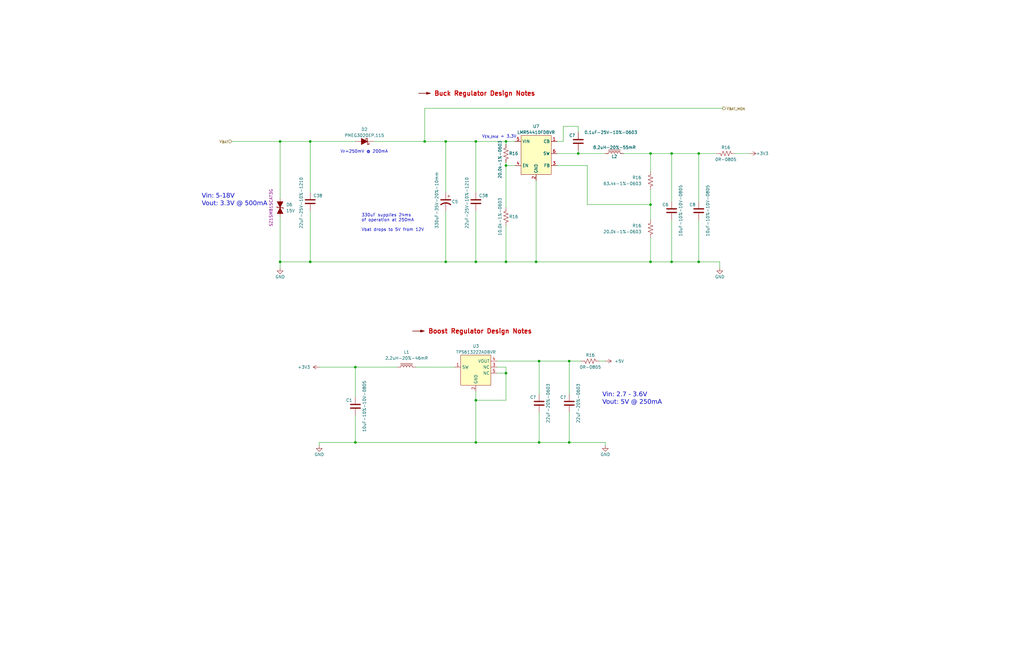
<source format=kicad_sch>
(kicad_sch (version 20230121) (generator eeschema)
  (paper "B")
  (title_block (title "IMU-2X") (date "2023-11-19") (rev "2") (company "FRC971 - Spartan Robotics"))
  (lib_symbols
    (symbol "Device:C" (pin_numbers hide) (pin_names (offset 0.254))
      (property "Reference" "C" (at 0.635 2.54 0))
      (property "Value" "C" (at 0.635 -2.54 0))
      (symbol "C_0_1"
        (polyline (pts (xy -2.032 -0.762) (xy 2.032 -0.762)) (stroke (width 0.508)))
        (polyline (pts (xy -2.032 0.762) (xy 2.032 0.762)) (stroke (width 0.508)))
      )
      (symbol "C_1_1"
        (pin passive line (at 0 3.81 270) (length 2.794) (name "~") (number "1"))
        (pin passive line (at 0 -3.81 90) (length 2.794) (name "~") (number "2"))
      )
    )
    (symbol "Device:C_Polarized_US" (pin_numbers hide) (pin_names (offset 0.254) hide)
      (property "Reference" "C" (at 0.635 2.54 0))
      (property "Value" "C_Polarized_US" (at 0.635 -2.54 0))
      (symbol "C_Polarized_US_0_1"
        (polyline (pts (xy -2.032 0.762) (xy 2.032 0.762)) (stroke (width 0.508)))
        (polyline (pts (xy -1.778 2.286) (xy -0.762 2.286)))
        (polyline (pts (xy -1.27 1.778) (xy -1.27 2.794)))
        (arc (start 2.032 -1.27) (mid 0 -0.5572) (end -2.032 -1.27) (stroke (width 0.508)))
      )
      (symbol "C_Polarized_US_1_1"
        (pin passive line (at 0 3.81 270) (length 2.794) (name "~") (number "1"))
        (pin passive line (at 0 -3.81 90) (length 3.302) (name "~") (number "2"))
      )
    )
    (symbol "Device:D_Schottky" (pin_numbers hide) (pin_names (offset 1.016) hide)
      (property "Reference" "D2" (at -0.3175 -6.35 0))
      (property "Value" "D_Schottky" (at -0.3175 -3.81 0))
      (symbol "D_Schottky_0_1"
        (polyline (pts (xy 1.27 0) (xy -1.27 0)))
        (polyline (pts (xy -1.905 0.635) (xy -1.905 1.27) (xy -1.27 1.27) (xy -1.27 -1.27) (xy -0.635 -1.27) (xy -0.635 -0.635)) (stroke (width 0.254)))
      )
      (symbol "D_Schottky_1_1"
        (polyline (pts (xy 1.27 1.27) (xy 1.27 -1.27) (xy -1.27 0) (xy 1.27 1.27)) (stroke (width 0.254)) (fill (type outline)))
        (pin passive line (at -3.81 0 0) (length 2.54) (name "K") (number "1"))
        (pin passive line (at 3.81 0 180) (length 2.54) (name "A") (number "2"))
      )
    )
    (symbol "Device:D_TVS" (pin_numbers hide) (pin_names (offset 1.016) hide)
      (property "Reference" "D1" (at 1.2701 -2.54 90))
      (property "Value" "15V" (at -1.27 -2.54 90))
      (property "MFG P/N" "SZ1SMB15CAT3G" (at 0 3.81 0))
      (symbol "D_TVS_0_1"
        (polyline (pts (xy 1.27 0) (xy -1.27 0)))
        (polyline (pts (xy 0.508 1.27) (xy 0 1.27) (xy 0 -1.27) (xy -0.508 -1.27)) (stroke (width 0.254)))
      )
      (symbol "D_TVS_1_1"
        (polyline (pts (xy -2.54 -1.27) (xy -2.54 1.27) (xy 0 0) (xy -2.54 -1.27)) (fill (type outline)))
        (polyline (pts (xy 2.54 1.27) (xy 2.54 -1.27) (xy 0 0) (xy 2.54 1.27)) (fill (type outline)))
        (pin passive line (at -3.81 0 0) (length 2.54) (name "A1") (number "1"))
        (pin passive line (at 3.81 0 180) (length 2.54) (name "A2") (number "2"))
      )
    )
    (symbol "Device:L_Iron" (pin_numbers hide) (pin_names (offset 1.016) hide)
      (property "Reference" "L" (at -1.27 0 90))
      (property "Value" "L_Iron" (at 2.794 0 90))
      (symbol "L_Iron_0_1"
        (arc (start 0 -2.54) (mid 0.6323 -1.905) (end 0 -1.27))
        (arc (start 0 -1.27) (mid 0.6323 -0.635) (end 0 0))
        (polyline (pts (xy 1.016 2.54) (xy 1.016 -2.54)))
        (polyline (pts (xy 1.524 -2.54) (xy 1.524 2.54)))
        (arc (start 0 0) (mid 0.6323 0.635) (end 0 1.27))
        (arc (start 0 1.27) (mid 0.6323 1.905) (end 0 2.54))
      )
      (symbol "L_Iron_1_1"
        (pin passive line (at 0 3.81 270) (length 1.27) (name "1") (number "1"))
        (pin passive line (at 0 -3.81 90) (length 1.27) (name "2") (number "2"))
      )
    )
    (symbol "Device:R_US" (pin_numbers hide) (pin_names (offset 0))
      (property "Reference" "R" (at 2.54 0 90))
      (property "Value" "R_US" (at -2.54 0 90))
      (symbol "R_US_0_1"
        (polyline (pts (xy 0 -2.286) (xy 0 -2.54)))
        (polyline (pts (xy 0 2.286) (xy 0 2.54)))
        (polyline (pts (xy 0 -0.762) (xy 1.016 -1.143) (xy 0 -1.524) (xy -1.016 -1.905) (xy 0 -2.286)))
        (polyline (pts (xy 0 0.762) (xy 1.016 0.381) (xy 0 0) (xy -1.016 -0.381) (xy 0 -0.762)))
        (polyline (pts (xy 0 2.286) (xy 1.016 1.905) (xy 0 1.524) (xy -1.016 1.143) (xy 0 0.762)))
      )
      (symbol "R_US_1_1"
        (pin passive line (at 0 3.81 270) (length 1.27) (name "~") (number "1"))
        (pin passive line (at 0 -3.81 90) (length 1.27) (name "~") (number "2"))
      )
    )
    (symbol "Graphic:SYM_Arrow_Normal" (in_bom no) (on_board no)
      (symbol "SYM_Arrow_Normal_0_1"
        (polyline (pts (xy 1.524 0) (xy -2.54 0)) (stroke (width 0.254)))
        (polyline (pts (xy 2.54 0) (xy 0.762 -0.508) (xy 0.762 0.508) (xy 2.54 0)) (fill (type outline)))
      )
    )
    (symbol "IMU-2X:LMR54410FDBVR"
      (property "Reference" "U" (at 0 0 0))
      (symbol "LMR54410FDBVR_1_1"
        (rectangle (start 0 0) (end 12.7 -16.51) (fill (type background)))
        (pin passive line (at 15.24 -2.54 180) (length 2.54) (name "CB") (number "1"))
        (pin passive line (at 6.35 -19.05 90) (length 2.54) (name "GND") (number "2"))
        (pin input line (at 15.24 -12.7 180) (length 2.54) (name "FB") (number "3"))
        (pin input line (at -2.54 -12.7 0) (length 2.54) (name "EN") (number "4"))
        (pin power_in line (at -2.54 -2.54 0) (length 2.54) (name "VIN") (number "5"))
        (pin power_out line (at 15.24 -7.62 180) (length 2.54) (name "SW") (number "6"))
      )
    )
    (symbol "IMU-2X:TPS613222ADBVR"
      (property "Reference" "U" (at 0 0 0))
      (property "Value" "TPS613222ADBVR" (at 0 0 0))
      (symbol "TPS613222ADBVR_1_1"
        (rectangle (start -6.35 0) (end 6.35 -12.7) (fill (type background)))
        (pin power_in line (at -8.89 -5.08 0) (length 2.54) (name "SW") (number "1"))
        (pin passive line (at 0 -15.24 90) (length 2.54) (name "GND") (number "2"))
        (pin passive line (at 8.89 -5.08 180) (length 2.54) (name "NC") (number "3"))
        (pin power_out line (at 8.89 -2.54 180) (length 2.54) (name "VOUT") (number "4"))
        (pin passive line (at 8.89 -7.62 180) (length 2.54) (name "NC") (number "5"))
      )
    )
    (symbol "power:+3V3" (power) (pin_names (offset 0))
      (property "Value" "+3V3" (at 0 3.556 0))
      (symbol "+3V3_0_1"
        (polyline (pts (xy -0.762 1.27) (xy 0 2.54)))
        (polyline (pts (xy 0 0) (xy 0 2.54)))
        (polyline (pts (xy 0 2.54) (xy 0.762 1.27)))
      )
      (symbol "+3V3_1_1"
        (pin power_in line (at 0 0 90) (length 0) hide (name "+3V3") (number "1"))
      )
    )
    (symbol "power:+5V" (power) (pin_names (offset 0))
      (property "Value" "+5V" (at 0 3.556 0))
      (symbol "+5V_0_1"
        (polyline (pts (xy -0.762 1.27) (xy 0 2.54)))
        (polyline (pts (xy 0 0) (xy 0 2.54)))
        (polyline (pts (xy 0 2.54) (xy 0.762 1.27)))
      )
      (symbol "+5V_1_1"
        (pin power_in line (at 0 0 90) (length 0) hide (name "+5V") (number "1"))
      )
    )
    (symbol "power:GND" (power) (pin_names (offset 0))
      (property "Value" "GND" (at 0 -3.81 0))
      (symbol "GND_0_1"
        (polyline (pts (xy 0 0) (xy 0 -1.27) (xy 1.27 -1.27) (xy 0 -2.54) (xy -1.27 -1.27) (xy 0 -1.27)))
      )
      (symbol "GND_1_1"
        (pin power_in line (at 0 0 270) (length 0) hide (name "GND") (number "1"))
      )
    )
  )
  (junction (at 149.86 186.69))
  (junction (at 294.64 110.49))
  (junction (at 200.66 59.69))
  (junction (at 240.03 186.69))
  (junction (at 213.36 157.48))
  (junction (at 200.66 168.91))
  (junction (at 213.36 69.85))
  (junction (at 240.03 152.4))
  (junction (at 179.07 59.69))
  (junction (at 118.11 59.69))
  (junction (at 213.36 59.69))
  (junction (at 130.81 110.49))
  (junction (at 274.32 110.49))
  (junction (at 130.81 59.69))
  (junction (at 149.86 154.94))
  (junction (at 200.66 186.69))
  (junction (at 226.06 110.49))
  (junction (at 243.84 64.77))
  (junction (at 213.36 110.49))
  (junction (at 227.33 152.4))
  (junction (at 283.21 64.77))
  (junction (at 274.32 64.77))
  (junction (at 118.11 110.49))
  (junction (at 283.21 110.49))
  (junction (at 274.32 86.36))
  (junction (at 187.96 110.49))
  (junction (at 200.66 110.49))
  (junction (at 187.96 59.69))
  (junction (at 294.64 64.77))
  (junction (at 227.33 186.69))
  (wire (pts (xy 274.32 80.01) (xy 274.32 86.36)))
  (wire (pts (xy 283.21 110.49) (xy 294.64 110.49)))
  (wire (pts (xy 157.48 59.69) (xy 179.07 59.69)))
  (wire (pts (xy 134.62 186.69) (xy 134.62 187.96)))
  (wire (pts (xy 134.62 154.94) (xy 149.86 154.94)))
  (wire (pts (xy 213.36 168.91) (xy 200.66 168.91)))
  (wire (pts (xy 226.06 76.2) (xy 226.06 110.49)))
  (wire (pts (xy 240.03 152.4) (xy 245.11 152.4)))
  (wire (pts (xy 213.36 110.49) (xy 226.06 110.49)))
  (wire (pts (xy 149.86 175.26) (xy 149.86 186.69)))
  (wire (pts (xy 252.73 152.4) (xy 255.27 152.4)))
  (wire (pts (xy 303.53 110.49) (xy 303.53 113.03)))
  (wire (pts (xy 179.07 59.69) (xy 187.96 59.69)))
  (wire (pts (xy 130.81 81.28) (xy 130.81 59.69)))
  (wire (pts (xy 200.66 168.91) (xy 200.66 186.69)))
  (wire (pts (xy 227.33 186.69) (xy 240.03 186.69)))
  (wire (pts (xy 130.81 88.9) (xy 130.81 110.49)))
  (wire (pts (xy 200.66 59.69) (xy 200.66 81.28)))
  (wire (pts (xy 213.36 59.69) (xy 217.17 59.69)))
  (wire (pts (xy 179.07 45.72) (xy 304.8 45.72)))
  (wire (pts (xy 283.21 64.77) (xy 294.64 64.77)))
  (wire (pts (xy 243.84 53.34) (xy 243.84 55.88)))
  (wire (pts (xy 240.03 173.99) (xy 240.03 186.69)))
  (wire (pts (xy 234.95 69.85) (xy 247.65 69.85)))
  (wire (pts (xy 200.66 168.91) (xy 200.66 165.1)))
  (wire (pts (xy 234.95 64.77) (xy 243.84 64.77)))
  (wire (pts (xy 118.11 110.49) (xy 130.81 110.49)))
  (wire (pts (xy 213.36 59.69) (xy 213.36 60.96)))
  (wire (pts (xy 294.64 64.77) (xy 302.26 64.77)))
  (wire (pts (xy 200.66 59.69) (xy 213.36 59.69)))
  (wire (pts (xy 209.55 152.4) (xy 227.33 152.4)))
  (wire (pts (xy 118.11 110.49) (xy 118.11 113.03)))
  (wire (pts (xy 187.96 88.9) (xy 187.96 110.49)))
  (wire (pts (xy 187.96 59.69) (xy 200.66 59.69)))
  (wire (pts (xy 226.06 110.49) (xy 274.32 110.49)))
  (wire (pts (xy 213.36 69.85) (xy 213.36 87.63)))
  (wire (pts (xy 255.27 186.69) (xy 255.27 187.96)))
  (wire (pts (xy 227.33 152.4) (xy 227.33 166.37)))
  (wire (pts (xy 274.32 86.36) (xy 274.32 92.71)))
  (wire (pts (xy 118.11 59.69) (xy 130.81 59.69)))
  (wire (pts (xy 274.32 110.49) (xy 283.21 110.49)))
  (wire (pts (xy 149.86 154.94) (xy 149.86 167.64)))
  (wire (pts (xy 130.81 59.69) (xy 149.86 59.69)))
  (wire (pts (xy 283.21 92.71) (xy 283.21 110.49)))
  (wire (pts (xy 240.03 152.4) (xy 240.03 166.37)))
  (wire (pts (xy 309.88 64.77) (xy 316.23 64.77)))
  (wire (pts (xy 237.49 59.69) (xy 237.49 53.34)))
  (wire (pts (xy 187.96 110.49) (xy 200.66 110.49)))
  (wire (pts (xy 209.55 157.48) (xy 213.36 157.48)))
  (wire (pts (xy 243.84 63.5) (xy 243.84 64.77)))
  (wire (pts (xy 200.66 88.9) (xy 200.66 110.49)))
  (wire (pts (xy 213.36 68.58) (xy 213.36 69.85)))
  (wire (pts (xy 234.95 59.69) (xy 237.49 59.69)))
  (wire (pts (xy 247.65 69.85) (xy 247.65 86.36)))
  (wire (pts (xy 294.64 110.49) (xy 303.53 110.49)))
  (wire (pts (xy 227.33 173.99) (xy 227.33 186.69)))
  (wire (pts (xy 200.66 110.49) (xy 213.36 110.49)))
  (wire (pts (xy 179.07 59.69) (xy 179.07 45.72)))
  (wire (pts (xy 274.32 100.33) (xy 274.32 110.49)))
  (wire (pts (xy 283.21 64.77) (xy 283.21 85.09)))
  (wire (pts (xy 167.64 154.94) (xy 149.86 154.94)))
  (wire (pts (xy 274.32 64.77) (xy 274.32 72.39)))
  (wire (pts (xy 213.36 69.85) (xy 217.17 69.85)))
  (wire (pts (xy 191.77 154.94) (xy 175.26 154.94)))
  (wire (pts (xy 274.32 64.77) (xy 283.21 64.77)))
  (wire (pts (xy 247.65 86.36) (xy 274.32 86.36)))
  (wire (pts (xy 227.33 152.4) (xy 240.03 152.4)))
  (wire (pts (xy 97.79 59.69) (xy 118.11 59.69)))
  (wire (pts (xy 118.11 91.44) (xy 118.11 110.49)))
  (wire (pts (xy 237.49 53.34) (xy 243.84 53.34)))
  (wire (pts (xy 134.62 186.69) (xy 149.86 186.69)))
  (wire (pts (xy 118.11 59.69) (xy 118.11 83.82)))
  (wire (pts (xy 130.81 110.49) (xy 187.96 110.49)))
  (wire (pts (xy 262.89 64.77) (xy 274.32 64.77)))
  (wire (pts (xy 240.03 186.69) (xy 255.27 186.69)))
  (wire (pts (xy 243.84 64.77) (xy 255.27 64.77)))
  (wire (pts (xy 294.64 64.77) (xy 294.64 85.09)))
  (wire (pts (xy 294.64 92.71) (xy 294.64 110.49)))
  (wire (pts (xy 149.86 186.69) (xy 200.66 186.69)))
  (wire (pts (xy 213.36 157.48) (xy 213.36 168.91)))
  (wire (pts (xy 213.36 154.94) (xy 213.36 157.48)))
  (wire (pts (xy 213.36 95.25) (xy 213.36 110.49)))
  (wire (pts (xy 209.55 154.94) (xy 213.36 154.94)))
  (wire (pts (xy 200.66 186.69) (xy 227.33 186.69)))
  (wire (pts (xy 187.96 81.28) (xy 187.96 59.69)))
  (text "Vin: 5-18V\nVout: 3.3V @ 500mA" (at 85.09 87.63 0) (effects (font (size 1.905 1.905)) (justify left bottom)))
  (text "V_{EN_thld} = 3.3V" (at 203.2 58.42 0) (effects (font (size 1.27 1.27)) (justify left bottom)))
  (text "Vin: 2.7 - 3.6V\nVout: 5V @ 250mA" (at 254 171.45 0) (effects (font (size 1.905 1.905)) (justify left bottom)))
  (text "V_{F}=250mV @ 200mA" (at 143.51 64.77 0) (effects (font (size 1.27 1.27)) (justify left bottom)))
  (text "330uF supplies 24ms\nof operation at 250mA\n\nVbat drops to 5V from 12V" (at 152.4 97.79 0) (effects (font (size 1.27 1.27)) (justify left bottom)))
  (hierarchical_label "V_{BAT}" (shape input) (at 97.79 59.69 180))
  (hierarchical_label "V_{BAT_MON}" (shape output) (at 304.8 45.72 0))
  (symbol (lib_id "Device:R_US") (at 306.07 64.77 270) (mirror x) (unit 1)
    (property "Reference" "R16" (at 306.07 62.23 90))
    (property "Value" "0R-0805" (at 306.07 67.31 90))
    (property "Footprint" "Resistor_SMD:R_0805_2012Metric_Pad1.20x1.40mm_HandSolder" (effects hide))
    (property "Datasheet" "Components/Yageo-PYu-RC_Group_51_RoHS_L_12.pdf" (effects hide))
    (property "MFG" "Yageo" (effects hide))
    (property "MFG P/N" "RC0805JR-070RL" (effects hide))
    (property "DIST" "Digikey" (effects hide))
    (property "DIST P/N" "311-0.0ARCT-ND" (effects hide))
    (instances (project "PI-Power-Board" (path "" (reference "R16") (unit 1))) (project "IMU-2X" (path "" (reference "R3") (unit 1))) (project "NX-J401-Adapter" (path "" (reference "R2") (unit 1))))
  )
  (symbol (lib_id "Device:L_Iron") (at 171.45 154.94 90) (unit 1)
    (property "Reference" "L1" (at 171.45 148.59 90))
    (property "Value" "2.2uH-20%-46mR" (at 171.45 151.13 90))
    (property "Footprint" "IMU-2X:L_Vishay_IHLP-1212" (effects hide))
    (property "Datasheet" "Components/Vishay-IHLP1212BZER2R2M11.pdf" (effects hide))
    (property "MFG" "Vishay" (effects hide))
    (property "MFG P/N" "IHLP1212BZER2R2M11" (effects hide))
    (property "DIST" "Digikey" (effects hide))
    (property "DIST P/N" "541-1322-1-ND" (effects hide))
  )
  (symbol (lib_id "power:GND") (at 255.27 187.96 0) (unit 1)
    (property "Reference" "#PWR054" (effects hide))
    (property "Value" "GND" (at 255.27 191.77 0))
  )
  (symbol (lib_id "power:+3V3") (at 134.62 154.94 90) (mirror x) (unit 1)
    (property "Reference" "#PWR056" (effects hide))
    (property "Value" "+3V3" (at 130.81 154.94 90) (effects (justify left)))
  )
  (symbol (lib_id "Device:C") (at 240.03 170.18 0) (unit 1)
    (property "Reference" "C?" (at 238.76 167.64 0) (effects (justify right)))
    (property "Value" "22uF-20%-0603" (at 243.84 170.18 90))
    (property "Footprint" "Capacitor_SMD:C_0603_1608Metric" (effects hide))
    (property "Datasheet" "Components/TDK-mlcc_commercial_general_en.pdf" (effects hide))
    (property "MFG" "TDK" (effects hide))
    (property "MFG P/N" "C1608X5R1A226M080AC" (effects hide))
    (property "DIST" "Digikey" (effects hide))
    (property "DIST P/N" "445-9077-1-ND" (effects hide))
    (instances (project "IMU-2X" (path "" (reference "C?") (unit 1)) (path "" (reference "C2") (unit 1))))
  )
  (symbol (lib_id "Device:C") (at 200.66 85.09 180) (unit 1)
    (property "Reference" "C38" (at 201.93 82.55 0) (effects (justify right)))
    (property "Value" "22uF-25V-10%-1210" (at 196.85 96.52 90) (effects (justify right)))
    (property "Footprint" "Capacitor_SMD:C_1210_3225Metric" (effects hide))
    (property "Datasheet" "Components/Samsung-MLCC.pdf" (effects hide))
    (property "MFG" "Samsung Electro-Mechanics" (effects hide))
    (property "MFG P/N" "CL32A226KAJNNWE" (effects hide))
    (property "DIST" "Digikey" (effects hide))
    (property "DIST P/N" "1276-3369-1-ND" (effects hide))
    (instances (project "PI-Power-Board" (path "" (reference "C38") (unit 1))) (project "IMU-2X" (path "" (reference "C37") (unit 1))) (project "NX-J401-Adapter" (path "" (reference "C1") (unit 1))))
  )
  (symbol (lib_id "IMU-2X:LMR54410FDBVR") (at 219.71 57.15 0) (unit 1)
    (property "Reference" "U7" (at 226.06 53.34 0))
    (property "Value" "LMR54410FDBVR" (at 226.06 55.88 0))
    (property "Footprint" "Package_TO_SOT_SMD:SOT-23-6" (effects hide))
    (property "Datasheet" "Components/TI-LMR54406.pdf" (effects hide))
    (property "MFG" "Texas Instruments" (effects hide))
    (property "MFG P/N" "LMR54410FDBVR" (effects hide))
    (property "DIST" "Digikey" (effects hide))
    (property "DIST P/N" "296-LMR54410FDBVRCT-ND" (effects hide))
  )
  (symbol (lib_id "Device:D_TVS") (at 118.11 87.63 90) (unit 1)
    (property "Reference" "D6" (at 120.65 86.3599 90) (effects (justify right)))
    (property "Value" "15V" (at 120.65 88.9 90) (effects (justify right)))
    (property "Footprint" "Diode_SMD:D_SMB" (effects hide))
    (property "Datasheet" "Components/Littelfulse-sz1smb28cat3g.pdf" (effects hide))
    (property "MFG" "Littelfuse" (effects hide))
    (property "MFG P/N" "SZ1SMB15CAT3G" (at 114.3 87.63 0))
    (property "DIST" "Digikey" (effects hide))
    (property "DIST P/N" "F11544CT-ND" (effects hide))
    (instances (project "PI-Power-Board" (path "" (reference "D6") (unit 1))) (project "IMU-2X" (path "" (reference "D1") (unit 1))) (project "NX-J401-Adapter" (path "" (reference "D1") (unit 1))))
  )
  (symbol (lib_id "Device:C") (at 283.21 88.9 0) (mirror y) (unit 1)
    (property "Reference" "C6" (at 281.94 86.36 0) (effects (justify left)))
    (property "Value" "10uF-10%-10V-0805" (at 287.02 88.9 90))
    (property "Footprint" "Capacitor_SMD:C_0805_2012Metric" (effects hide))
    (property "Datasheet" "Components/Kemet-C0805C106K8PACTU.pdf" (effects hide))
    (property "MFG" "Kemet" (effects hide))
    (property "MFG P/N" "C0805C106K8PAC7800" (effects hide))
    (property "DIST" "Digikey" (effects hide))
    (property "DIST P/N" "399-C0805C106K8PAC7800CT-ND" (effects hide))
  )
  (symbol (lib_id "Device:L_Iron") (at 259.08 64.77 90) (unit 1)
    (property "Reference" "L2" (at 259.08 66.04 90))
    (property "Value" "8.2uH-20%-55mR" (at 259.08 62.23 90))
    (property "Footprint" "IMU-2X:L_Vishay_IHLP-2525" (effects hide))
    (property "Datasheet" "Components/Vishay-ihlp-2525cz-1a.pdf" (effects hide))
    (property "MFG" "Vishay" (effects hide))
    (property "MFG P/N" "IHLP2525CZER8R2M1A" (effects hide))
    (property "DIST" "Digikey" (effects hide))
    (property "DIST P/N" "541-IHLP2525CZER8R2M1ACT-ND" (effects hide))
  )
  (symbol (lib_id "power:+3V3") (at 316.23 64.77 270) (unit 1)
    (property "Reference" "#PWR052" (effects hide))
    (property "Value" "+3V3" (at 318.77 64.77 90) (effects (justify left)))
  )
  (symbol (lib_id "Device:R_US") (at 213.36 64.77 0) (mirror x) (unit 1)
    (property "Reference" "R16" (at 214.63 64.77 0) (effects (justify left)))
    (property "Value" "20.0k-1%-0603" (at 210.82 67.31 90))
    (property "Footprint" "Resistor_SMD:R_0603_1608Metric" (effects hide))
    (property "Datasheet" "Components/Yageo-PYu-RC_Group_51_RoHS_L_12.pdf" (effects hide))
    (property "MFG" "Yageo" (effects hide))
    (property "MFG P/N" "RC0603FR-0720KL" (effects hide))
    (property "DIST" "Digikey" (effects hide))
    (property "DIST P/N" "311-20.0KHRCT-ND" (effects hide))
    (instances (project "PI-Power-Board" (path "" (reference "R16") (unit 1))) (project "IMU-2X" (path "" (reference "R6") (unit 1))) (project "NX-J401-Adapter" (path "" (reference "R2") (unit 1))))
  )
  (symbol (lib_id "Device:R_US") (at 274.32 96.52 0) (mirror x) (unit 1)
    (property "Reference" "R16" (at 270.51 95.25 0) (effects (justify right)))
    (property "Value" "20.0k-1%-0603" (at 270.51 97.79 0) (effects (justify right)))
    (property "Footprint" "Resistor_SMD:R_0603_1608Metric" (effects hide))
    (property "Datasheet" "Components/Yageo-PYu-RC_Group_51_RoHS_L_12.pdf" (effects hide))
    (property "MFG" "Yageo" (effects hide))
    (property "MFG P/N" "RC0603FR-0720KL" (effects hide))
    (property "DIST" "Digikey" (effects hide))
    (property "DIST P/N" "311-20.0KHRCT-ND" (effects hide))
    (instances (project "PI-Power-Board" (path "" (reference "R16") (unit 1))) (project "IMU-2X" (path "" (reference "R13") (unit 1))) (project "NX-J401-Adapter" (path "" (reference "R2") (unit 1))))
  )
  (symbol (lib_id "Device:R_US") (at 248.92 152.4 270) (mirror x) (unit 1)
    (property "Reference" "R16" (at 248.92 149.86 90))
    (property "Value" "0R-0805" (at 248.92 154.94 90))
    (property "Footprint" "Resistor_SMD:R_0805_2012Metric_Pad1.20x1.40mm_HandSolder" (effects hide))
    (property "Datasheet" "Components/Yageo-PYu-RC_Group_51_RoHS_L_12.pdf" (effects hide))
    (property "MFG" "Yageo" (effects hide))
    (property "MFG P/N" "RC0805JR-070RL" (effects hide))
    (property "DIST" "Digikey" (effects hide))
    (property "DIST P/N" "311-0.0ARCT-ND" (effects hide))
    (instances (project "PI-Power-Board" (path "" (reference "R16") (unit 1))) (project "IMU-2X" (path "" (reference "R2") (unit 1))) (project "NX-J401-Adapter" (path "" (reference "R2") (unit 1))))
  )
  (symbol (lib_id "Graphic:SYM_Arrow_Normal") (at 176.53 139.7 0) (unit 1) (in_bom no) (on_board no)
    (property "Reference" "#SYM5" (effects hide))
    (property "Value" "Boost Regulator Design Notes" (at 180.34 139.7 0) (effects (font (size 1.905 1.905) bold) (justify left)))
    (property "Datasheet" "Components/WBDesign78-TPS613222-3Vin-5Vout-0.25A.pdf" (effects hide))
    (property "Sim.Enable" "0" (effects hide))
  )
  (symbol (lib_id "Device:D_Schottky") (at 153.67 59.69 180) (unit 1)
    (property "Reference" "D2" (at 153.67 54.61 0))
    (property "Value" "PMEG3020EP,115" (at 153.67 57.15 0))
    (property "Footprint" "IMU-2X:D_SOD-128" (effects hide))
    (property "Datasheet" "Components/Nexperia-PMEG3020EP.pdf" (effects hide))
    (property "MFG" "Nexperia" (effects hide))
    (property "MFG P/N" "PMEG3020EP,115" (effects hide))
    (property "DIST" "Digikey" (effects hide))
    (property "DIST P/N" "1727-5836-1-ND" (effects hide))
  )
  (symbol (lib_id "Device:C") (at 227.33 170.18 0) (unit 1)
    (property "Reference" "C?" (at 226.06 167.64 0) (effects (justify right)))
    (property "Value" "22uF-20%-0603" (at 231.14 170.18 90))
    (property "Footprint" "Capacitor_SMD:C_0603_1608Metric" (effects hide))
    (property "Datasheet" "Components/TDK-mlcc_commercial_general_en.pdf" (effects hide))
    (property "MFG" "TDK" (effects hide))
    (property "MFG P/N" "C1608X5R1A226M080AC" (effects hide))
    (property "DIST" "Digikey" (effects hide))
    (property "DIST P/N" "445-9077-1-ND" (effects hide))
    (instances (project "IMU-2X" (path "" (reference "C?") (unit 1)) (path "" (reference "C11") (unit 1))))
  )
  (symbol (lib_id "power:GND") (at 303.53 113.03 0) (unit 1)
    (property "Reference" "#PWR051" (effects hide))
    (property "Value" "GND" (at 303.53 116.84 0))
  )
  (symbol (lib_id "IMU-2X:TPS613222ADBVR") (at 200.66 149.86 0) (unit 1)
    (property "Reference" "U3" (at 200.66 146.05 0))
    (property "Value" "TPS613222ADBVR" (at 200.66 148.59 0))
    (property "Footprint" "Package_TO_SOT_SMD:SOT-23-5" (effects hide))
    (property "Datasheet" "Components/TI-tps613222.pdf" (effects hide))
    (property "MFG" "Texas Instruments" (effects hide))
    (property "MFG P/N" "TPS613222ADBVR" (effects hide))
    (property "DIST" "Digikey" (effects hide))
    (property "DIST P/N" "296-50503-1-ND" (effects hide))
  )
  (symbol (lib_id "power:GND") (at 118.11 113.03 0) (unit 1)
    (property "Reference" "#PWR050" (effects hide))
    (property "Value" "GND" (at 118.11 116.84 0))
  )
  (symbol (lib_id "Device:C_Polarized_US") (at 187.96 85.09 0) (mirror y) (unit 1)
    (property "Reference" "C5" (at 190.5 85.09 0) (effects (justify right)))
    (property "Value" "330uF-35V-20%-10mm" (at 184.15 96.52 90) (effects (justify left)))
    (property "Footprint" "Capacitor_THT:CP_Radial_D10.0mm_P5.00mm" (effects hide))
    (property "Datasheet" "Components/Rubycon-PZJ.pdf" (effects hide))
    (property "MFG" "Rubycon" (effects hide))
    (property "MFG P/N" "35PZJ330M10X9" (effects hide))
    (property "DIST" "Digikey" (effects hide))
    (property "DIST P/N" "1189-35PZJ330M10X9-ND" (effects hide))
    (instances (project "IMU-2X" (path "" (reference "C5") (unit 1))) (project "NX-J401-Adapter" (path "" (reference "C2") (unit 1))))
  )
  (symbol (lib_id "Device:C") (at 294.64 88.9 0) (unit 1)
    (property "Reference" "C8" (at 293.37 86.36 0) (effects (justify right)))
    (property "Value" "10uF-10%-10V-0805" (at 298.45 88.9 90))
    (property "Footprint" "Capacitor_SMD:C_0805_2012Metric" (effects hide))
    (property "Datasheet" "Components/Kemet-C0805C106K8PACTU.pdf" (effects hide))
    (property "MFG" "Kemet" (effects hide))
    (property "MFG P/N" "C0805C106K8PAC7800" (effects hide))
    (property "DIST" "Digikey" (effects hide))
    (property "DIST P/N" "399-C0805C106K8PAC7800CT-ND" (effects hide))
  )
  (symbol (lib_id "Device:R_US") (at 274.32 76.2 0) (mirror x) (unit 1)
    (property "Reference" "R16" (at 270.51 74.93 0) (effects (justify right)))
    (property "Value" "63.4k-1%-0603" (at 270.51 77.47 0) (effects (justify right)))
    (property "Footprint" "Resistor_SMD:R_0603_1608Metric" (effects hide))
    (property "Datasheet" "Components/Yageo-PYu-RC_Group_51_RoHS_L_12.pdf" (effects hide))
    (property "MFG" "Yageo" (effects hide))
    (property "MFG P/N" "RC0603FR-0763K4L" (effects hide))
    (property "DIST" "Digikey" (effects hide))
    (property "DIST P/N" "311-63.4KHRCT-ND" (effects hide))
    (instances (project "PI-Power-Board" (path "" (reference "R16") (unit 1))) (project "IMU-2X" (path "" (reference "R4") (unit 1))) (project "NX-J401-Adapter" (path "" (reference "R2") (unit 1))))
  )
  (symbol (lib_id "power:GND") (at 134.62 187.96 0) (unit 1)
    (property "Reference" "#PWR053" (effects hide))
    (property "Value" "GND" (at 134.62 191.77 0))
  )
  (symbol (lib_id "Device:R_US") (at 213.36 91.44 0) (mirror x) (unit 1)
    (property "Reference" "R16" (at 214.63 91.44 0) (effects (justify left)))
    (property "Value" "10.0k-1%-0603" (at 210.82 91.44 90))
    (property "Footprint" "Resistor_SMD:R_0603_1608Metric" (effects hide))
    (property "Datasheet" "Components/Yageo-PYu-RC_Group_51_RoHS_L_12.pdf" (effects hide))
    (property "MFG" "Yageo" (effects hide))
    (property "MFG P/N" "RC0603FR-0710KP" (effects hide))
    (property "DIST" "Digikey" (effects hide))
    (property "DIST P/N" "YAG1290CT-ND" (effects hide))
    (instances (project "PI-Power-Board" (path "" (reference "R16") (unit 1))) (project "IMU-2X" (path "" (reference "R8") (unit 1))) (project "NX-J401-Adapter" (path "" (reference "R2") (unit 1))))
  )
  (symbol (lib_id "power:+5V") (at 255.27 152.4 270) (unit 1)
    (property "Reference" "#PWR055" (effects hide))
    (property "Value" "+5V" (at 259.08 152.4 90) (effects (justify left)))
  )
  (symbol (lib_id "Device:C") (at 149.86 171.45 0) (unit 1)
    (property "Reference" "C1" (at 148.59 168.91 0) (effects (justify right)))
    (property "Value" "10uF-10%-10V-0805" (at 153.67 171.45 90))
    (property "Footprint" "Capacitor_SMD:C_0805_2012Metric" (effects hide))
    (property "Datasheet" "Components/Kemet-C0805C106K8PACTU.pdf" (effects hide))
    (property "MFG" "Kemet" (effects hide))
    (property "MFG P/N" "C0805C106K8PAC7800" (effects hide))
    (property "DIST" "Digikey" (effects hide))
    (property "DIST P/N" "399-C0805C106K8PAC7800CT-ND" (effects hide))
  )
  (symbol (lib_id "Device:C") (at 243.84 59.69 0) (unit 1)
    (property "Reference" "C?" (at 242.57 57.15 0) (effects (justify right)))
    (property "Value" "0.1uF-25V-10%-0603" (at 246.38 55.88 0) (effects (justify left)))
    (property "Footprint" "Capacitor_SMD:C_0603_1608Metric" (effects hide))
    (property "Datasheet" "Components/Kyocera-KGM_X7R.pdf" (effects hide))
    (property "DIST" "Digikey" (effects hide))
    (property "DIST P/N" "478-KGM15BR71E104KMCT-ND" (effects hide))
    (property "MFG" "Kyocera AVX" (effects hide))
    (property "MFG P/N" "KGM15BR71E104KM" (effects hide))
    (instances (project "IMU-2X" (path "" (reference "C?") (unit 1)) (path "" (reference "C7") (unit 1))))
  )
  (symbol (lib_id "Graphic:SYM_Arrow_Normal") (at 179.07 39.37 0) (unit 1) (in_bom no) (on_board no)
    (property "Reference" "#SYM4" (effects hide))
    (property "Value" "Buck Regulator Design Notes" (at 182.88 39.37 0) (effects (font (size 1.905 1.905) bold) (justify left)))
    (property "Datasheet" "Components/WBDesign76-LMR54410FDBR-5-18V-3.3V-0.5A.pdf" (effects hide))
    (property "Sim.Enable" "0" (effects hide))
  )
  (symbol (lib_id "Device:C") (at 130.81 85.09 180) (unit 1)
    (property "Reference" "C38" (at 132.08 82.55 0) (effects (justify right)))
    (property "Value" "22uF-25V-10%-1210" (at 127 96.52 90) (effects (justify right)))
    (property "Footprint" "Capacitor_SMD:C_1210_3225Metric" (effects hide))
    (property "Datasheet" "Components/Samsung-MLCC.pdf" (effects hide))
    (property "MFG" "Samsung Electro-Mechanics" (effects hide))
    (property "MFG P/N" "CL32A226KAJNNWE" (effects hide))
    (property "DIST" "Digikey" (effects hide))
    (property "DIST P/N" "1276-3369-1-ND" (effects hide))
    (instances (project "PI-Power-Board" (path "" (reference "C38") (unit 1))) (project "IMU-2X" (path "" (reference "C3") (unit 1))) (project "NX-J401-Adapter" (path "" (reference "C1") (unit 1))))
  )
)
</source>
